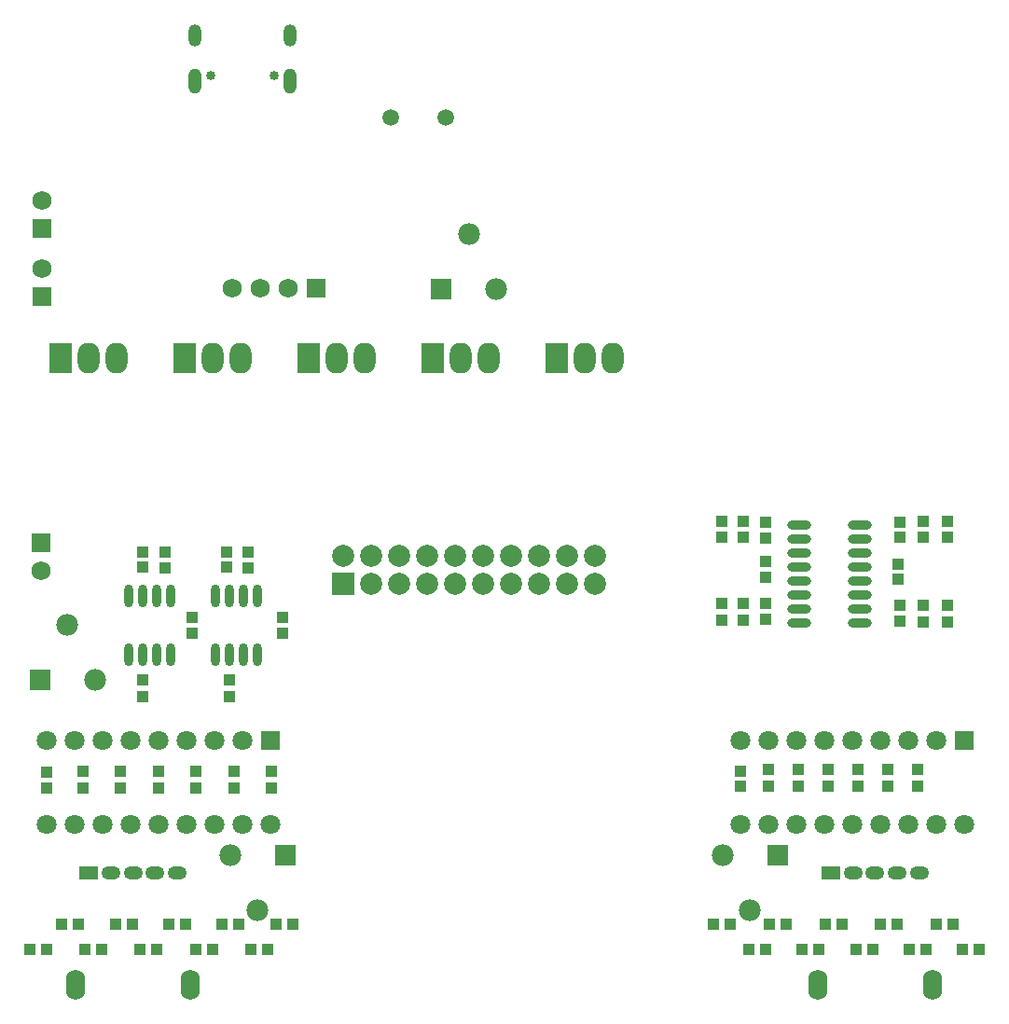
<source format=gbs>
G04*
G04 #@! TF.GenerationSoftware,Altium Limited,Altium Designer,20.2.5 (213)*
G04*
G04 Layer_Color=16711935*
%FSLAX24Y24*%
%MOIN*%
G70*
G04*
G04 #@! TF.SameCoordinates,311A2180-9421-45D2-9D82-A7DF5611BF6A*
G04*
G04*
G04 #@! TF.FilePolarity,Negative*
G04*
G01*
G75*
%ADD43R,0.0434X0.0395*%
%ADD50R,0.0400X0.0400*%
%ADD56R,0.0420X0.0398*%
%ADD65R,0.0789X0.1104*%
%ADD66O,0.0789X0.1104*%
%ADD67R,0.0789X0.0789*%
%ADD68C,0.0789*%
%ADD69C,0.0592*%
%ADD70C,0.0680*%
%ADD71R,0.0680X0.0680*%
%ADD72R,0.0710X0.0710*%
%ADD73C,0.0710*%
%ADD74R,0.0680X0.0680*%
%ADD75O,0.0680X0.0480*%
%ADD76R,0.0680X0.0480*%
%ADD77O,0.0680X0.1080*%
%ADD78C,0.0780*%
%ADD79R,0.0780X0.0780*%
%ADD80C,0.0336*%
%ADD81O,0.0474X0.0907*%
%ADD82O,0.0474X0.0789*%
%ADD129O,0.0328X0.0814*%
%ADD130O,0.0856X0.0317*%
D43*
X28700Y33876D02*
D03*
Y33324D02*
D03*
X31650Y33876D02*
D03*
Y33324D02*
D03*
X29650Y30974D02*
D03*
Y31526D02*
D03*
X32900Y30974D02*
D03*
Y31526D02*
D03*
X24450Y25998D02*
D03*
Y25446D02*
D03*
X49250Y26048D02*
D03*
Y25496D02*
D03*
X50150Y32026D02*
D03*
Y31474D02*
D03*
Y33526D02*
D03*
Y32974D02*
D03*
Y34940D02*
D03*
Y34389D02*
D03*
X54950Y31964D02*
D03*
Y31413D02*
D03*
X54900Y32899D02*
D03*
Y33450D02*
D03*
X54948Y34395D02*
D03*
Y34946D02*
D03*
X30900Y33882D02*
D03*
Y33331D02*
D03*
X27900Y33882D02*
D03*
Y33331D02*
D03*
D50*
X23850Y19675D02*
D03*
X24450D02*
D03*
X25825D02*
D03*
X26425D02*
D03*
X27800D02*
D03*
X28400D02*
D03*
X28825Y20575D02*
D03*
X29425D02*
D03*
X29775Y19675D02*
D03*
X30375D02*
D03*
X31750D02*
D03*
X32350D02*
D03*
X48300Y20575D02*
D03*
X48900D02*
D03*
X49550Y19675D02*
D03*
X50150D02*
D03*
X51462D02*
D03*
X52063D02*
D03*
X53375D02*
D03*
X53975D02*
D03*
X55287D02*
D03*
X55887D02*
D03*
X57200D02*
D03*
X57800D02*
D03*
X56250Y20575D02*
D03*
X56850D02*
D03*
X25600D02*
D03*
X25000D02*
D03*
X27513D02*
D03*
X26913D02*
D03*
X31337D02*
D03*
X30738D02*
D03*
X33250D02*
D03*
X32650D02*
D03*
X50887D02*
D03*
X50287D02*
D03*
X54862D02*
D03*
X54262D02*
D03*
X52875D02*
D03*
X52275D02*
D03*
D56*
X27900Y28703D02*
D03*
Y29297D02*
D03*
X31000Y28703D02*
D03*
Y29297D02*
D03*
X25757Y25453D02*
D03*
Y26047D02*
D03*
X27106Y25453D02*
D03*
Y26047D02*
D03*
X28454Y25453D02*
D03*
Y26047D02*
D03*
X29803D02*
D03*
Y25453D02*
D03*
X31151Y26047D02*
D03*
Y25453D02*
D03*
X32500Y26047D02*
D03*
Y25453D02*
D03*
X50271Y26097D02*
D03*
Y25503D02*
D03*
X51333D02*
D03*
Y26097D02*
D03*
X52396Y25503D02*
D03*
Y26097D02*
D03*
X53458Y25503D02*
D03*
Y26097D02*
D03*
X54520D02*
D03*
Y25503D02*
D03*
X55583Y26097D02*
D03*
Y25503D02*
D03*
X48600Y31453D02*
D03*
Y32047D02*
D03*
X49354D02*
D03*
Y31453D02*
D03*
X48600Y34396D02*
D03*
Y34989D02*
D03*
X49354Y34396D02*
D03*
Y34989D02*
D03*
X55779Y31370D02*
D03*
Y31963D02*
D03*
X56650Y31370D02*
D03*
Y31963D02*
D03*
X55779Y34396D02*
D03*
Y34989D02*
D03*
X56650D02*
D03*
Y34396D02*
D03*
D65*
X24950Y40798D02*
D03*
X29388D02*
D03*
X33825D02*
D03*
X38263D02*
D03*
X42700D02*
D03*
D66*
X26950Y40802D02*
D03*
X25950Y40798D02*
D03*
X30387D02*
D03*
X31388Y40802D02*
D03*
X34825Y40798D02*
D03*
X35825Y40802D02*
D03*
X40262D02*
D03*
X39262Y40798D02*
D03*
X44700Y40802D02*
D03*
X43700Y40798D02*
D03*
D67*
X35050Y32750D02*
D03*
D68*
Y33750D02*
D03*
X36050Y32750D02*
D03*
Y33750D02*
D03*
X37050Y32750D02*
D03*
Y33750D02*
D03*
X38050Y32750D02*
D03*
Y33750D02*
D03*
X39050Y32750D02*
D03*
Y33750D02*
D03*
X40050Y32750D02*
D03*
Y33750D02*
D03*
X41050Y32750D02*
D03*
Y33750D02*
D03*
X42050Y32750D02*
D03*
Y33750D02*
D03*
X43050Y32750D02*
D03*
Y33750D02*
D03*
X44050Y32750D02*
D03*
Y33750D02*
D03*
D69*
X38719Y49400D02*
D03*
X36750D02*
D03*
D70*
X32100Y43300D02*
D03*
X31100D02*
D03*
X33100D02*
D03*
X24250Y33200D02*
D03*
X24300Y44000D02*
D03*
Y46450D02*
D03*
D71*
X34100Y43300D02*
D03*
D72*
X57250Y27150D02*
D03*
X32450D02*
D03*
D73*
X56250D02*
D03*
X55250D02*
D03*
X54250D02*
D03*
X53250D02*
D03*
X52250D02*
D03*
X51250D02*
D03*
X50250D02*
D03*
X57250Y24150D02*
D03*
X56250D02*
D03*
X49250Y27150D02*
D03*
Y24150D02*
D03*
X50250D02*
D03*
X51250D02*
D03*
X52250D02*
D03*
X53250D02*
D03*
X54250D02*
D03*
X55250D02*
D03*
X31450Y27150D02*
D03*
X30450D02*
D03*
X29450D02*
D03*
X28450D02*
D03*
X27450D02*
D03*
X26450D02*
D03*
X25450D02*
D03*
X32450Y24150D02*
D03*
X31450D02*
D03*
X24450Y27150D02*
D03*
Y24150D02*
D03*
X25450D02*
D03*
X26450D02*
D03*
X27450D02*
D03*
X28450D02*
D03*
X29450D02*
D03*
X30450D02*
D03*
D74*
X24250Y34200D02*
D03*
X24300Y43000D02*
D03*
Y45450D02*
D03*
D75*
X28340Y22400D02*
D03*
X27550D02*
D03*
X26760D02*
D03*
X29130D02*
D03*
X55650D02*
D03*
X53280D02*
D03*
X54070D02*
D03*
X54860D02*
D03*
D76*
X25970D02*
D03*
X52490D02*
D03*
D77*
X25500Y18420D02*
D03*
X29600D02*
D03*
X56120D02*
D03*
X52020D02*
D03*
D78*
X25195Y31285D02*
D03*
X26185Y29315D02*
D03*
X32005Y21065D02*
D03*
X31015Y23035D02*
D03*
X49605Y21065D02*
D03*
X48615Y23035D02*
D03*
X39545Y45235D02*
D03*
X40535Y43265D02*
D03*
D79*
X24215Y29315D02*
D03*
X32985Y23035D02*
D03*
X50585D02*
D03*
X38565Y43265D02*
D03*
D80*
X32592Y50902D02*
D03*
X30308Y50898D02*
D03*
D81*
X33151Y50705D02*
D03*
X29749D02*
D03*
D82*
X33151Y52339D02*
D03*
X29749D02*
D03*
D129*
X28900Y30194D02*
D03*
X28400D02*
D03*
X27900D02*
D03*
X27400D02*
D03*
X28900Y32306D02*
D03*
X28400D02*
D03*
X27900D02*
D03*
X27400D02*
D03*
X32000Y30194D02*
D03*
X31500D02*
D03*
X31000D02*
D03*
X30500D02*
D03*
X32000Y32306D02*
D03*
X31500D02*
D03*
X31000D02*
D03*
X30500D02*
D03*
D130*
X51373Y31350D02*
D03*
Y31850D02*
D03*
Y32350D02*
D03*
Y32850D02*
D03*
Y33350D02*
D03*
Y33850D02*
D03*
Y34350D02*
D03*
Y34850D02*
D03*
X53527Y31350D02*
D03*
Y31850D02*
D03*
Y32350D02*
D03*
Y32850D02*
D03*
Y33350D02*
D03*
Y33850D02*
D03*
Y34350D02*
D03*
Y34850D02*
D03*
M02*

</source>
